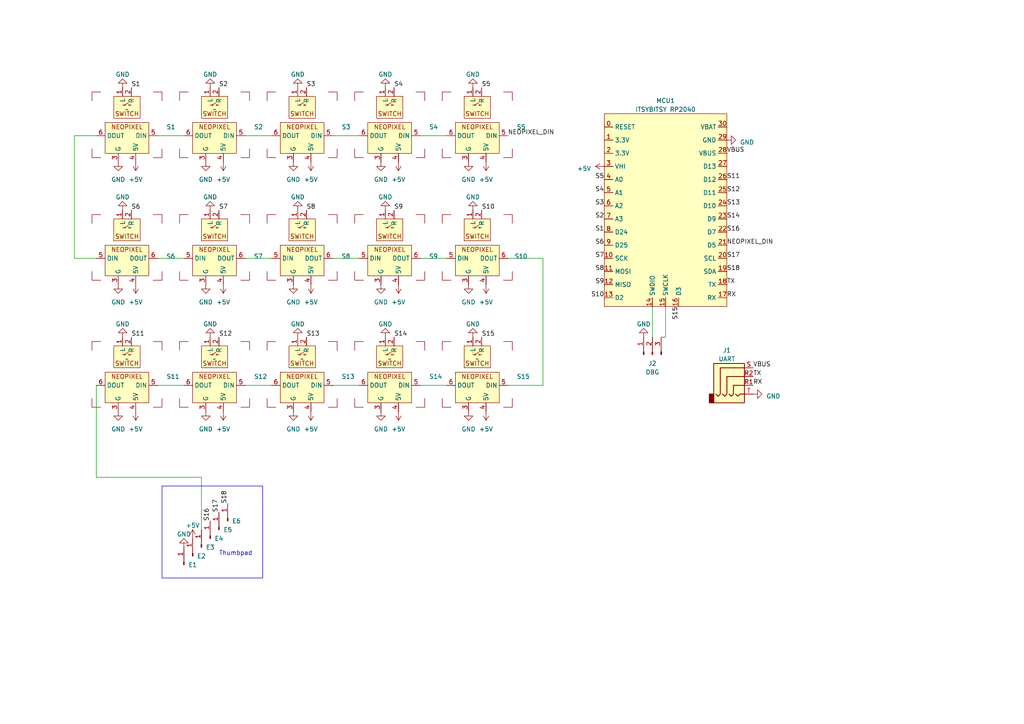
<source format=kicad_sch>
(kicad_sch (version 20230121) (generator eeschema)
  (paper "A4")
  (lib_symbols
    (symbol "Connector:Conn_01x01_Pin" (pin_names (offset 1.016) hide)
      (property "Reference" "J" (at 0 2.54 0))
      (property "Value" "Conn_01x01_Pin" (at 0 -2.54 0))
      (symbol "Conn_01x01_Pin_1_1"
        (polyline (pts (xy 1.27 0) (xy 0.8636 0)) (stroke (width 0.1524)))
        (rectangle (start 0.8636 0.127) (end 0 -0.127) (stroke (width 0.1524)) (fill (type outline)))
        (pin passive line (at 5.08 0 180) (length 3.81) (name "Pin_1") (number "1"))
      )
    )
    (symbol "Connector:Conn_01x03_Pin" (pin_names (offset 1.016) hide)
      (property "Reference" "J" (at 0 5.08 0))
      (property "Value" "Conn_01x03_Pin" (at 0 -5.08 0))
      (symbol "Conn_01x03_Pin_1_1"
        (polyline (pts (xy 1.27 -2.54) (xy 0.8636 -2.54)) (stroke (width 0.1524)))
        (polyline (pts (xy 1.27 0) (xy 0.8636 0)) (stroke (width 0.1524)))
        (polyline (pts (xy 1.27 2.54) (xy 0.8636 2.54)) (stroke (width 0.1524)))
        (rectangle (start 0.8636 -2.413) (end 0 -2.667) (stroke (width 0.1524)) (fill (type outline)))
        (rectangle (start 0.8636 0.127) (end 0 -0.127) (stroke (width 0.1524)) (fill (type outline)))
        (rectangle (start 0.8636 2.667) (end 0 2.413) (stroke (width 0.1524)) (fill (type outline)))
        (pin passive line (at 5.08 2.54 180) (length 3.81) (name "Pin_1") (number "1"))
        (pin passive line (at 5.08 0 180) (length 3.81) (name "Pin_2") (number "2"))
        (pin passive line (at 5.08 -2.54 180) (length 3.81) (name "Pin_3") (number "3"))
      )
    )
    (symbol "Connector_Audio:AudioJack4"
      (property "Reference" "J" (at 0 8.89 0))
      (property "Value" "AudioJack4" (at 0 6.35 0))
      (symbol "AudioJack4_0_1"
        (rectangle (start -6.35 -5.08) (end -7.62 -7.62) (stroke (width 0.254)) (fill (type outline)))
        (polyline (pts (xy 0 -5.08) (xy 0.635 -5.715) (xy 1.27 -5.08) (xy 2.54 -5.08)) (stroke (width 0.254)))
        (polyline (pts (xy -5.715 -5.08) (xy -5.08 -5.715) (xy -4.445 -5.08) (xy -4.445 2.54) (xy 2.54 2.54)) (stroke (width 0.254)))
        (polyline (pts (xy -1.905 -5.08) (xy -1.27 -5.715) (xy -0.635 -5.08) (xy -0.635 -2.54) (xy 2.54 -2.54)) (stroke (width 0.254)))
        (polyline (pts (xy 2.54 0) (xy -2.54 0) (xy -2.54 -5.08) (xy -3.175 -5.715) (xy -3.81 -5.08)) (stroke (width 0.254)))
        (rectangle (start 2.54 3.81) (end -6.35 -7.62) (stroke (width 0.254)) (fill (type background)))
      )
      (symbol "AudioJack4_1_1"
        (pin passive line (at 5.08 -2.54 180) (length 2.54) (name "~") (number "R1"))
        (pin passive line (at 5.08 0 180) (length 2.54) (name "~") (number "R2"))
        (pin passive line (at 5.08 2.54 180) (length 2.54) (name "~") (number "S"))
        (pin passive line (at 5.08 -5.08 180) (length 2.54) (name "~") (number "T"))
      )
    )
    (symbol "library:ITSYBITSY_RP2040"
      (property "Reference" "U1" (at 3.81 41.91 0))
      (property "Value" "ITSYBITSY RP2040" (at 0 11.43 0))
      (symbol "ITSYBITSY_RP2040_1_1"
        (rectangle (start -17.78 39.37) (end 17.78 -16.51) (fill (type background)))
        (pin input line (at -17.78 35.56 0) (length 2.54) (name "RESET") (number "0"))
        (pin power_out line (at -17.78 31.75 0) (length 2.54) (name "3.3V") (number "1"))
        (pin bidirectional line (at -17.78 -2.54 0) (length 2.54) (name "SCK") (number "10"))
        (pin bidirectional line (at -17.78 -6.35 0) (length 2.54) (name "MOSI") (number "11"))
        (pin bidirectional line (at -17.78 -10.16 0) (length 2.54) (name "MISO") (number "12"))
        (pin bidirectional line (at -17.78 -13.97 0) (length 2.54) (name "D2") (number "13"))
        (pin bidirectional line (at -3.81 -16.51 90) (length 2.54) (name "SWDIO") (number "14"))
        (pin bidirectional line (at 0 -16.51 90) (length 2.54) (name "SWCLK") (number "15"))
        (pin bidirectional line (at 3.81 -16.51 90) (length 2.54) (name "D3") (number "16"))
        (pin bidirectional line (at 17.78 -13.97 180) (length 2.54) (name "RX") (number "17"))
        (pin bidirectional line (at 17.78 -10.16 180) (length 2.54) (name "TX") (number "18"))
        (pin bidirectional line (at 17.78 -6.35 180) (length 2.54) (name "SDA") (number "19"))
        (pin power_out line (at -17.78 27.94 0) (length 2.54) (name "3.3V") (number "2"))
        (pin bidirectional line (at 17.78 -2.54 180) (length 2.54) (name "SCL") (number "20"))
        (pin bidirectional line (at 17.78 1.27 180) (length 2.54) (name "D5") (number "21"))
        (pin bidirectional line (at 17.78 5.08 180) (length 2.54) (name "D7") (number "22"))
        (pin bidirectional line (at 17.78 8.89 180) (length 2.54) (name "D9") (number "23"))
        (pin bidirectional line (at 17.78 12.7 180) (length 2.54) (name "D10") (number "24"))
        (pin bidirectional line (at 17.78 16.51 180) (length 2.54) (name "D11") (number "25"))
        (pin bidirectional line (at 17.78 20.32 180) (length 2.54) (name "D12") (number "26"))
        (pin bidirectional line (at 17.78 24.13 180) (length 2.54) (name "D13") (number "27"))
        (pin power_in line (at 17.78 27.94 180) (length 2.54) (name "VBUS") (number "28"))
        (pin power_in line (at 17.78 31.75 180) (length 2.54) (name "GND") (number "29"))
        (pin power_out line (at -17.78 24.13 0) (length 2.54) (name "VHI") (number "3"))
        (pin power_in line (at 17.78 35.56 180) (length 2.54) (name "VBAT") (number "30"))
        (pin bidirectional line (at -17.78 20.32 0) (length 2.54) (name "A0") (number "4"))
        (pin bidirectional line (at -17.78 16.51 0) (length 2.54) (name "A1") (number "5"))
        (pin bidirectional line (at -17.78 12.7 0) (length 2.54) (name "A2") (number "6"))
        (pin bidirectional line (at -17.78 8.89 0) (length 2.54) (name "A3") (number "7"))
        (pin bidirectional line (at -17.78 5.08 0) (length 2.54) (name "D24") (number "8"))
        (pin bidirectional line (at -17.78 1.27 0) (length 2.54) (name "D25") (number "9"))
      )
    )
    (symbol "library:MX_SW_SOCKET_RGB"
      (property "Reference" "S4" (at 11.43 -1.27 0))
      (symbol "MX_SW_SOCKET_RGB_0_1"
        (polyline (pts (xy -1.27 5.08) (xy -0.8247 5.0799)))
        (polyline (pts (xy 1.27 5.08) (xy 0.8247 5.0801)))
        (polyline (pts (xy -10.16 6.35) (xy -10.16 8.89) (xy -7.62 8.89)))
        (polyline (pts (xy -7.62 -10.16) (xy -10.16 -10.16) (xy -10.16 -7.62)))
        (polyline (pts (xy 7.62 8.89) (xy 10.16 8.89) (xy 10.16 6.35)))
        (polyline (pts (xy 10.16 -7.62) (xy 10.16 -10.16) (xy 7.62 -10.16)))
      )
      (symbol "MX_SW_SOCKET_RGB_1_1"
        (rectangle (start -6.35 0) (end 6.35 -8.89) (fill (type background)))
        (rectangle (start -3.81 7.62) (end 3.81 1.27) (fill (type background)))
        (circle (center -0.6173 5.0896) (radius 0.1705))
        (polyline (pts (xy -1.27 5.08) (xy -1.27 7.62)) (stroke (width 0) (type dot)))
        (polyline (pts (xy -0.5184 5.2126) (xy 0.4381 5.7713)))
        (polyline (pts (xy 1.27 7.62) (xy 1.27 5.08)) (stroke (width 0) (type dot)))
        (circle (center 0.6471 5.08) (radius 0.1705))
        (text "NEOPIXEL" (at 0 -1.27 0) (effects (font (size 1.27 1.27))))
        (text "SWITCH" (at 0 2.54 0) (effects (font (size 1.27 1.27))))
        (pin bidirectional line (at -1.27 10.16 270) (length 2.54) (name "L") (number "1"))
        (pin bidirectional line (at 1.27 10.16 270) (length 2.54) (name "R") (number "2"))
        (pin power_in line (at -2.54 -11.43 90) (length 2.54) (name "G") (number "3"))
        (pin power_in line (at 2.54 -11.43 90) (length 2.54) (name "5V") (number "4"))
        (pin input line (at 8.89 -3.81 180) (length 2.54) (name "DIN") (number "5"))
        (pin output line (at -8.89 -3.81 0) (length 2.54) (name "DOUT") (number "6"))
      )
    )
    (symbol "library:MX_SW_SOCKET_RGB_REV"
      (property "Reference" "S6" (at 12.7 -3.2259 0))
      (symbol "MX_SW_SOCKET_RGB_REV_0_1"
        (polyline (pts (xy -1.27 5.08) (xy -0.8247 5.0799)))
        (polyline (pts (xy 1.27 5.08) (xy 0.8247 5.0801)))
        (polyline (pts (xy -10.16 6.35) (xy -10.16 8.89) (xy -7.62 8.89)))
        (polyline (pts (xy -7.62 -10.16) (xy -10.16 -10.16) (xy -10.16 -7.62)))
        (polyline (pts (xy 7.62 8.89) (xy 10.16 8.89) (xy 10.16 6.35)))
        (polyline (pts (xy 10.16 -7.62) (xy 10.16 -10.16) (xy 7.62 -10.16)))
      )
      (symbol "MX_SW_SOCKET_RGB_REV_1_1"
        (rectangle (start -6.35 0) (end 6.35 -8.89) (fill (type background)))
        (rectangle (start -3.81 7.62) (end 3.81 1.27) (fill (type background)))
        (circle (center -0.6173 5.0896) (radius 0.1705))
        (polyline (pts (xy -1.27 5.08) (xy -1.27 7.62)) (stroke (width 0) (type dot)))
        (polyline (pts (xy -0.5184 5.2126) (xy 0.4381 5.7713)))
        (polyline (pts (xy 1.27 7.62) (xy 1.27 5.08)) (stroke (width 0) (type dot)))
        (circle (center 0.6471 5.08) (radius 0.1705))
        (text "NEOPIXEL" (at 0 -1.27 0) (effects (font (size 1.27 1.27))))
        (text "SWITCH" (at 0 2.54 0) (effects (font (size 1.27 1.27))))
        (pin bidirectional line (at -1.27 10.16 270) (length 2.54) (name "L") (number "1"))
        (pin bidirectional line (at 1.27 10.16 270) (length 2.54) (name "R") (number "2"))
        (pin power_in line (at -2.54 -11.43 90) (length 2.54) (name "G") (number "3"))
        (pin power_in line (at 2.54 -11.43 90) (length 2.54) (name "5V") (number "4"))
        (pin input line (at -8.89 -3.81 0) (length 2.54) (name "DIN") (number "5"))
        (pin output line (at 8.89 -3.81 180) (length 2.54) (name "DOUT") (number "6"))
      )
    )
    (symbol "power:+5V" (power) (pin_names (offset 0))
      (property "Value" "+5V" (at 0 3.556 0))
      (symbol "+5V_0_1"
        (polyline (pts (xy -0.762 1.27) (xy 0 2.54)))
        (polyline (pts (xy 0 0) (xy 0 2.54)))
        (polyline (pts (xy 0 2.54) (xy 0.762 1.27)))
      )
      (symbol "+5V_1_1"
        (pin power_in line (at 0 0 90) (length 0) hide (name "+5V") (number "1"))
      )
    )
    (symbol "power:GND" (power) (pin_names (offset 0))
      (property "Value" "GND" (at 0 -3.81 0))
      (symbol "GND_0_1"
        (polyline (pts (xy 0 0) (xy 0 -1.27) (xy 1.27 -1.27) (xy 0 -2.54) (xy -1.27 -1.27) (xy 0 -1.27)))
      )
      (symbol "GND_1_1"
        (pin power_in line (at 0 0 270) (length 0) hide (name "GND") (number "1"))
      )
    )
  )
  (wire (pts (xy 96.52 111.76) (xy 104.14 111.76)))
  (wire (pts (xy 71.12 74.93) (xy 78.74 74.93)))
  (wire (pts (xy 193.04 97.79) (xy 191.77 97.79)))
  (wire (pts (xy 189.23 88.9) (xy 189.23 97.79)))
  (wire (pts (xy 45.72 74.93) (xy 53.34 74.93)))
  (wire (pts (xy 27.94 39.37) (xy 21.59 39.37)))
  (wire (pts (xy 71.12 39.37) (xy 78.74 39.37)))
  (wire (pts (xy 71.12 111.76) (xy 78.74 111.76)))
  (wire (pts (xy 121.92 39.37) (xy 129.54 39.37)))
  (wire (pts (xy 21.59 39.37) (xy 21.59 74.93)))
  (wire (pts (xy 157.48 111.76) (xy 147.32 111.76)))
  (wire (pts (xy 45.72 111.76) (xy 53.34 111.76)))
  (wire (pts (xy 27.94 138.43) (xy 58.42 138.43)))
  (wire (pts (xy 96.52 74.93) (xy 104.14 74.93)))
  (wire (pts (xy 58.42 138.43) (xy 58.42 153.67)))
  (wire (pts (xy 193.04 88.9) (xy 193.04 97.79)))
  (wire (pts (xy 147.32 74.93) (xy 157.48 74.93)))
  (wire (pts (xy 121.92 74.93) (xy 129.54 74.93)))
  (wire (pts (xy 96.52 39.37) (xy 104.14 39.37)))
  (wire (pts (xy 27.94 111.76) (xy 27.94 138.43)))
  (wire (pts (xy 121.92 111.76) (xy 129.54 111.76)))
  (wire (pts (xy 45.72 39.37) (xy 53.34 39.37)))
  (wire (pts (xy 157.48 74.93) (xy 157.48 111.76)))
  (wire (pts (xy 21.59 74.93) (xy 27.94 74.93)))
  (rectangle (start 46.99 140.97) (end 76.2 167.64))
  (text "Thumbpad\n" (at 63.5 161.29 0) (effects (font (size 1.27 1.27)) (justify left bottom)))
  (label "S17" (at 63.5 148.59 90))
  (label "VBUS" (at 210.82 44.45 0))
  (label "RX" (at 218.44 111.76 0))
  (label "S15" (at 196.85 88.9 270))
  (label "NEOPIXEL_DIN" (at 210.82 71.12 0))
  (label "S6" (at 175.26 71.12 180))
  (label "S10" (at 175.26 86.36 180))
  (label "S5" (at 139.7 25.4 0))
  (label "TX" (at 210.82 82.55 0))
  (label "TX" (at 218.44 109.22 0))
  (label "S1" (at 175.26 67.31 180))
  (label "S4" (at 175.26 55.88 180))
  (label "S9" (at 114.3 60.96 0))
  (label "S14" (at 210.82 63.5 0))
  (label "S17" (at 210.82 74.93 0))
  (label "S5" (at 175.26 52.07 180))
  (label "S7" (at 175.26 74.93 180))
  (label "S16" (at 210.82 67.31 0))
  (label "S9" (at 175.26 82.55 180))
  (label "S2" (at 175.26 63.5 180))
  (label "S3" (at 175.26 59.69 180))
  (label "S15" (at 139.7 97.79 0))
  (label "S11" (at 210.82 52.07 0))
  (label "S2" (at 63.5 25.4 0))
  (label "S18" (at 210.82 78.74 0))
  (label "S7" (at 63.5 60.96 0))
  (label "S12" (at 210.82 55.88 0))
  (label "S4" (at 114.3 25.4 0))
  (label "S13" (at 210.82 59.69 0))
  (label "S18" (at 66.04 146.05 90))
  (label "S8" (at 88.9 60.96 0))
  (label "S11" (at 38.1 97.79 0))
  (label "S16" (at 60.96 151.13 90))
  (label "VBUS" (at 218.44 106.68 0))
  (label "S10" (at 139.7 60.96 0))
  (label "S8" (at 175.26 78.74 180))
  (label "S13" (at 88.9 97.79 0))
  (label "S14" (at 114.3 97.79 0))
  (label "NEOPIXEL_DIN" (at 147.32 39.37 0))
  (label "S12" (at 63.5 97.79 0))
  (label "S3" (at 88.9 25.4 0))
  (label "S6" (at 38.1 60.96 0))
  (label "S1" (at 38.1 25.4 0))
  (label "RX" (at 210.82 86.36 0))
  (symbol (lib_id "library:MX_SW_SOCKET_RGB") (at 113.03 35.56 0) (unit 1)
    (property "Reference" "S4" (at 124.46 36.83 0) (effects (justify left)))
    (property "Value" "MX_SW_SOCKET_LED" (effects hide))
    (property "Footprint" "Footprints:MX_SW_SOCKET_LED" (effects hide))
  )
  (symbol (lib_id "power:GND") (at 60.96 97.79 180) (unit 1)
    (property "Reference" "#PWR027" (effects hide))
    (property "Value" "GND" (at 60.96 93.98 0))
  )
  (symbol (lib_id "power:GND") (at 35.56 25.4 180) (unit 1)
    (property "Reference" "#PWR03" (effects hide))
    (property "Value" "GND" (at 35.56 21.59 0))
  )
  (symbol (lib_id "power:GND") (at 59.69 119.38 0) (unit 1)
    (property "Reference" "#PWR026" (effects hide))
    (property "Value" "GND" (at 59.69 124.46 0))
  )
  (symbol (lib_id "library:MX_SW_SOCKET_RGB_REV") (at 36.83 71.12 0) (unit 1)
    (property "Reference" "S6" (at 49.53 74.3459 0))
    (property "Value" "MX_SW_SOCKET_RGB_REV" (effects hide))
    (property "Footprint" "Footprints:MX_SW_SOCKET_LED_REV" (effects hide))
  )
  (symbol (lib_id "power:GND") (at 34.29 119.38 0) (unit 1)
    (property "Reference" "#PWR031" (effects hide))
    (property "Value" "GND" (at 34.29 124.46 0))
  )
  (symbol (lib_id "power:GND") (at 110.49 119.38 0) (unit 1)
    (property "Reference" "#PWR035" (effects hide))
    (property "Value" "GND" (at 110.49 124.46 0))
  )
  (symbol (lib_id "power:+5V") (at 140.97 82.55 180) (unit 1)
    (property "Reference" "#PWR025" (effects hide))
    (property "Value" "+5V" (at 140.97 87.63 0))
  )
  (symbol (lib_id "Connector:Conn_01x01_Pin") (at 63.5 153.67 90) (unit 1)
    (property "Reference" "E5" (at 64.77 153.67 90) (effects (justify right)))
    (property "Value" "Conn_01x01_Pin" (effects hide))
    (property "Footprint" "Connector_Pin:Pin_D0.9mm_L10.0mm_W2.4mm_FlatFork" (effects hide))
  )
  (symbol (lib_id "power:+5V") (at 115.57 46.99 180) (unit 1)
    (property "Reference" "#PWR012" (effects hide))
    (property "Value" "+5V" (at 115.57 52.07 0))
  )
  (symbol (lib_id "power:GND") (at 85.09 119.38 0) (unit 1)
    (property "Reference" "#PWR029" (effects hide))
    (property "Value" "GND" (at 85.09 124.46 0))
  )
  (symbol (lib_id "power:GND") (at 137.16 25.4 180) (unit 1)
    (property "Reference" "#PWR014" (effects hide))
    (property "Value" "GND" (at 137.16 21.59 0))
  )
  (symbol (lib_id "power:+5V") (at 39.37 119.38 180) (unit 1)
    (property "Reference" "#PWR033" (effects hide))
    (property "Value" "+5V" (at 39.37 124.46 0))
  )
  (symbol (lib_id "power:GND") (at 110.49 82.55 0) (unit 1)
    (property "Reference" "#PWR022" (effects hide))
    (property "Value" "GND" (at 110.49 87.63 0))
  )
  (symbol (lib_id "power:GND") (at 210.82 40.64 90) (unit 1)
    (property "Reference" "#PWR047" (effects hide))
    (property "Value" "GND" (at 214.63 41.275 90) (effects (justify right)))
  )
  (symbol (lib_id "power:GND") (at 135.89 46.99 0) (unit 1)
    (property "Reference" "#PWR013" (effects hide))
    (property "Value" "GND" (at 135.89 52.07 0))
  )
  (symbol (lib_id "power:GND") (at 110.49 46.99 0) (unit 1)
    (property "Reference" "#PWR010" (effects hide))
    (property "Value" "GND" (at 110.49 52.07 0))
  )
  (symbol (lib_id "power:GND") (at 137.16 97.79 180) (unit 1)
    (property "Reference" "#PWR039" (effects hide))
    (property "Value" "GND" (at 137.16 93.98 0))
  )
  (symbol (lib_id "power:GND") (at 85.09 46.99 0) (unit 1)
    (property "Reference" "#PWR07" (effects hide))
    (property "Value" "GND" (at 85.09 52.07 0))
  )
  (symbol (lib_id "power:GND") (at 186.69 97.79 180) (unit 1)
    (property "Reference" "#PWR049" (effects hide))
    (property "Value" "GND" (at 186.69 93.98 0))
  )
  (symbol (lib_id "power:+5V") (at 90.17 119.38 180) (unit 1)
    (property "Reference" "#PWR034" (effects hide))
    (property "Value" "+5V" (at 90.17 124.46 0))
  )
  (symbol (lib_id "power:GND") (at 53.34 158.75 180) (unit 1)
    (property "Reference" "#PWR050" (effects hide))
    (property "Value" "GND" (at 53.34 154.94 0))
  )
  (symbol (lib_id "power:GND") (at 59.69 46.99 0) (unit 1)
    (property "Reference" "#PWR04" (effects hide))
    (property "Value" "GND" (at 59.69 52.07 0))
  )
  (symbol (lib_id "power:GND") (at 111.76 60.96 180) (unit 1)
    (property "Reference" "#PWR042" (effects hide))
    (property "Value" "GND" (at 111.76 57.15 0))
  )
  (symbol (lib_id "power:GND") (at 86.36 60.96 180) (unit 1)
    (property "Reference" "#PWR043" (effects hide))
    (property "Value" "GND" (at 86.36 57.15 0))
  )
  (symbol (lib_id "power:+5V") (at 140.97 46.99 180) (unit 1)
    (property "Reference" "#PWR015" (effects hide))
    (property "Value" "+5V" (at 140.97 52.07 0))
  )
  (symbol (lib_id "power:+5V") (at 64.77 46.99 180) (unit 1)
    (property "Reference" "#PWR06" (effects hide))
    (property "Value" "+5V" (at 64.77 52.07 0))
  )
  (symbol (lib_id "power:GND") (at 111.76 25.4 180) (unit 1)
    (property "Reference" "#PWR011" (effects hide))
    (property "Value" "GND" (at 111.76 21.59 0))
  )
  (symbol (lib_id "power:+5V") (at 115.57 119.38 180) (unit 1)
    (property "Reference" "#PWR037" (effects hide))
    (property "Value" "+5V" (at 115.57 124.46 0))
  )
  (symbol (lib_id "library:MX_SW_SOCKET_RGB") (at 113.03 107.95 0) (unit 1)
    (property "Reference" "S14" (at 124.46 109.22 0) (effects (justify left)))
    (property "Value" "~" (at 113.03 104.14 0))
    (property "Footprint" "Footprints:MX_SW_SOCKET_LED" (effects hide))
  )
  (symbol (lib_id "Connector:Conn_01x03_Pin") (at 189.23 102.87 90) (unit 1)
    (property "Reference" "J2" (at 189.23 105.41 90))
    (property "Value" "DBG" (at 189.23 107.95 90))
    (property "Footprint" "Connector_PinSocket_2.54mm:PinSocket_1x03_P2.54mm_Vertical" (effects hide))
  )
  (symbol (lib_id "power:GND") (at 86.36 25.4 180) (unit 1)
    (property "Reference" "#PWR08" (effects hide))
    (property "Value" "GND" (at 86.36 21.59 0))
  )
  (symbol (lib_id "power:GND") (at 34.29 82.55 0) (unit 1)
    (property "Reference" "#PWR016" (effects hide))
    (property "Value" "GND" (at 34.29 87.63 0))
  )
  (symbol (lib_id "Connector:Conn_01x01_Pin") (at 58.42 158.75 90) (unit 1)
    (property "Reference" "E3" (at 59.69 158.75 90) (effects (justify right)))
    (property "Value" "Conn_01x01_Pin" (effects hide))
    (property "Footprint" "Connector_Pin:Pin_D0.9mm_L10.0mm_W2.4mm_FlatFork" (effects hide))
  )
  (symbol (lib_id "library:MX_SW_SOCKET_RGB") (at 62.23 107.95 0) (unit 1)
    (property "Reference" "S12" (at 73.66 109.22 0) (effects (justify left)))
    (property "Value" "~" (at 62.23 104.14 0))
    (property "Footprint" "Footprints:MX_SW_SOCKET_LED" (effects hide))
  )
  (symbol (lib_id "power:GND") (at 59.69 82.55 0) (unit 1)
    (property "Reference" "#PWR018" (effects hide))
    (property "Value" "GND" (at 59.69 87.63 0))
  )
  (symbol (lib_id "Connector:Conn_01x01_Pin") (at 66.04 151.13 90) (unit 1)
    (property "Reference" "E6" (at 67.31 151.13 90) (effects (justify right)))
    (property "Value" "Conn_01x01_Pin" (effects hide))
    (property "Footprint" "Connector_Pin:Pin_D0.9mm_L10.0mm_W2.4mm_FlatFork" (effects hide))
  )
  (symbol (lib_id "Connector_Audio:AudioJack4") (at 213.36 109.22 0) (unit 1)
    (property "Reference" "J1" (at 210.82 101.6 0))
    (property "Value" "UART" (at 210.82 104.14 0))
    (property "Footprint" "Connector_Audio:Jack_3.5mm_KoreanHropartsElec_PJ-320D-4A_Horizontal" (effects hide))
  )
  (symbol (lib_id "library:MX_SW_SOCKET_RGB") (at 36.83 35.56 0) (unit 1)
    (property "Reference" "S1" (at 48.26 36.83 0) (effects (justify left)))
    (property "Value" "~" (at 36.83 31.75 0))
    (property "Footprint" "Footprints:MX_SW_SOCKET_LED" (effects hide))
  )
  (symbol (lib_id "power:GND") (at 35.56 60.96 180) (unit 1)
    (property "Reference" "#PWR045" (effects hide))
    (property "Value" "GND" (at 35.56 57.15 0))
  )
  (symbol (lib_id "library:MX_SW_SOCKET_RGB_REV") (at 113.03 71.12 0) (unit 1)
    (property "Reference" "S9" (at 125.73 74.3459 0))
    (property "Value" "MX_SW_SOCKET_RGB_REV" (effects hide))
    (property "Footprint" "Footprints:MX_SW_SOCKET_LED_REV" (effects hide))
  )
  (symbol (lib_id "power:GND") (at 86.36 97.79 180) (unit 1)
    (property "Reference" "#PWR030" (effects hide))
    (property "Value" "GND" (at 86.36 93.98 0))
  )
  (symbol (lib_id "power:+5V") (at 64.77 82.55 180) (unit 1)
    (property "Reference" "#PWR019" (effects hide))
    (property "Value" "+5V" (at 64.77 87.63 0))
  )
  (symbol (lib_id "power:GND") (at 218.44 114.3 90) (unit 1)
    (property "Reference" "#PWR048" (effects hide))
    (property "Value" "GND" (at 222.25 114.935 90) (effects (justify right)))
  )
  (symbol (lib_id "library:MX_SW_SOCKET_RGB_REV") (at 62.23 71.12 0) (unit 1)
    (property "Reference" "S7" (at 74.93 74.3459 0))
    (property "Value" "MX_SW_SOCKET_RGB_REV" (effects hide))
    (property "Footprint" "Footprints:MX_SW_SOCKET_LED_REV" (effects hide))
  )
  (symbol (lib_id "power:+5V") (at 140.97 119.38 180) (unit 1)
    (property "Reference" "#PWR040" (effects hide))
    (property "Value" "+5V" (at 140.97 124.46 0))
  )
  (symbol (lib_id "power:GND") (at 60.96 60.96 180) (unit 1)
    (property "Reference" "#PWR044" (effects hide))
    (property "Value" "GND" (at 60.96 57.15 0))
  )
  (symbol (lib_id "power:+5V") (at 90.17 82.55 180) (unit 1)
    (property "Reference" "#PWR021" (effects hide))
    (property "Value" "+5V" (at 90.17 87.63 0))
  )
  (symbol (lib_id "library:MX_SW_SOCKET_RGB") (at 36.83 107.95 0) (unit 1)
    (property "Reference" "S11" (at 48.26 109.22 0) (effects (justify left)))
    (property "Value" "~" (at 36.83 104.14 0))
    (property "Footprint" "Footprints:MX_SW_SOCKET_LED" (effects hide))
  )
  (symbol (lib_id "power:+5V") (at 39.37 82.55 180) (unit 1)
    (property "Reference" "#PWR017" (effects hide))
    (property "Value" "+5V" (at 39.37 87.63 0))
  )
  (symbol (lib_id "library:MX_SW_SOCKET_RGB") (at 138.43 107.95 0) (unit 1)
    (property "Reference" "S15" (at 149.86 109.22 0) (effects (justify left)))
    (property "Value" "~" (at 138.43 104.14 0))
    (property "Footprint" "Footprints:MX_SW_SOCKET_LED" (effects hide))
  )
  (symbol (lib_id "power:GND") (at 34.29 46.99 0) (unit 1)
    (property "Reference" "#PWR01" (effects hide))
    (property "Value" "GND" (at 34.29 52.07 0))
  )
  (symbol (lib_id "power:GND") (at 111.76 97.79 180) (unit 1)
    (property "Reference" "#PWR036" (effects hide))
    (property "Value" "GND" (at 111.76 93.98 0))
  )
  (symbol (lib_id "power:GND") (at 85.09 82.55 0) (unit 1)
    (property "Reference" "#PWR020" (effects hide))
    (property "Value" "GND" (at 85.09 87.63 0))
  )
  (symbol (lib_id "Connector:Conn_01x01_Pin") (at 53.34 163.83 90) (unit 1)
    (property "Reference" "E1" (at 54.61 163.83 90) (effects (justify right)))
    (property "Value" "Conn_01x01_Pin" (effects hide))
    (property "Footprint" "Connector_Pin:Pin_D0.9mm_L10.0mm_W2.4mm_FlatFork" (effects hide))
  )
  (symbol (lib_id "Connector:Conn_01x01_Pin") (at 55.88 161.29 90) (unit 1)
    (property "Reference" "E2" (at 57.15 161.29 90) (effects (justify right)))
    (property "Value" "Conn_01x01_Pin" (effects hide))
    (property "Footprint" "Connector_Pin:Pin_D0.9mm_L10.0mm_W2.4mm_FlatFork" (effects hide))
  )
  (symbol (lib_id "power:+5V") (at 64.77 119.38 180) (unit 1)
    (property "Reference" "#PWR028" (effects hide))
    (property "Value" "+5V" (at 64.77 124.46 0))
  )
  (symbol (lib_id "power:GND") (at 135.89 82.55 0) (unit 1)
    (property "Reference" "#PWR024" (effects hide))
    (property "Value" "GND" (at 135.89 87.63 0))
  )
  (symbol (lib_id "library:MX_SW_SOCKET_RGB") (at 138.43 35.56 0) (unit 1)
    (property "Reference" "S5" (at 149.86 36.83 0) (effects (justify left)))
    (property "Value" "MX_SW_SOCKET_LED" (effects hide))
    (property "Footprint" "Footprints:MX_SW_SOCKET_LED" (effects hide))
  )
  (symbol (lib_id "power:+5V") (at 115.57 82.55 180) (unit 1)
    (property "Reference" "#PWR023" (effects hide))
    (property "Value" "+5V" (at 115.57 87.63 0))
  )
  (symbol (lib_id "Connector:Conn_01x01_Pin") (at 60.96 156.21 90) (unit 1)
    (property "Reference" "E4" (at 62.23 156.21 90) (effects (justify right)))
    (property "Value" "Conn_01x01_Pin" (effects hide))
    (property "Footprint" "Connector_Pin:Pin_D0.9mm_L10.0mm_W2.4mm_FlatFork" (effects hide))
  )
  (symbol (lib_id "library:MX_SW_SOCKET_RGB") (at 87.63 35.56 0) (unit 1)
    (property "Reference" "S3" (at 99.06 36.83 0) (effects (justify left)))
    (property "Value" "MX_SW_SOCKET_LED" (effects hide))
    (property "Footprint" "Footprints:MX_SW_SOCKET_LED" (effects hide))
  )
  (symbol (lib_id "power:GND") (at 35.56 97.79 180) (unit 1)
    (property "Reference" "#PWR032" (effects hide))
    (property "Value" "GND" (at 35.56 93.98 0))
  )
  (symbol (lib_id "power:+5V") (at 175.26 48.26 90) (unit 1)
    (property "Reference" "#PWR046" (effects hide))
    (property "Value" "+5V" (at 171.45 48.895 90) (effects (justify left)))
  )
  (symbol (lib_id "power:+5V") (at 55.88 156.21 0) (unit 1)
    (property "Reference" "#PWR051" (effects hide))
    (property "Value" "+5V" (at 55.88 152.4 0))
  )
  (symbol (lib_id "library:MX_SW_SOCKET_RGB") (at 62.23 35.56 0) (unit 1)
    (property "Reference" "S2" (at 73.66 36.83 0) (effects (justify left)))
    (property "Value" "~" (at 62.23 31.75 0))
    (property "Footprint" "Footprints:MX_SW_SOCKET_LED" (effects hide))
  )
  (symbol (lib_id "power:GND") (at 60.96 25.4 180) (unit 1)
    (property "Reference" "#PWR05" (effects hide))
    (property "Value" "GND" (at 60.96 21.59 0))
  )
  (symbol (lib_id "power:GND") (at 135.89 119.38 0) (unit 1)
    (property "Reference" "#PWR038" (effects hide))
    (property "Value" "GND" (at 135.89 124.46 0))
  )
  (symbol (lib_id "power:+5V") (at 39.37 46.99 180) (unit 1)
    (property "Reference" "#PWR02" (effects hide))
    (property "Value" "+5V" (at 39.37 52.07 0))
  )
  (symbol (lib_id "power:+5V") (at 90.17 46.99 180) (unit 1)
    (property "Reference" "#PWR09" (effects hide))
    (property "Value" "+5V" (at 90.17 52.07 0))
  )
  (symbol (lib_id "library:ITSYBITSY_RP2040") (at 193.04 72.39 0) (unit 1)
    (property "Reference" "MCU1" (at 193.04 29.21 0))
    (property "Value" "ITSYBITSY RP2040" (at 193.04 31.75 0))
    (property "Footprint" "Footprints:ITSYBITSY BREAKOUT" (effects hide))
  )
  (symbol (lib_id "library:MX_SW_SOCKET_RGB_REV") (at 87.63 71.12 0) (unit 1)
    (property "Reference" "S8" (at 100.33 74.3459 0))
    (property "Value" "MX_SW_SOCKET_RGB_REV" (effects hide))
    (property "Footprint" "Footprints:MX_SW_SOCKET_LED_REV" (effects hide))
  )
  (symbol (lib_id "library:MX_SW_SOCKET_RGB_REV") (at 138.43 71.12 0) (unit 1)
    (property "Reference" "S10" (at 151.13 74.3459 0))
    (property "Value" "MX_SW_SOCKET_RGB_REV" (effects hide))
    (property "Footprint" "Footprints:MX_SW_SOCKET_LED_REV" (effects hide))
  )
  (symbol (lib_id "library:MX_SW_SOCKET_RGB") (at 87.63 107.95 0) (unit 1)
    (property "Reference" "S13" (at 99.06 109.22 0) (effects (justify left)))
    (property "Value" "~" (at 87.63 104.14 0))
    (property "Footprint" "Footprints:MX_SW_SOCKET_LED" (effects hide))
  )
  (symbol (lib_id "power:GND") (at 137.16 60.96 180) (unit 1)
    (property "Reference" "#PWR041" (effects hide))
    (property "Value" "GND" (at 137.16 57.15 0))
  )
)
</source>
